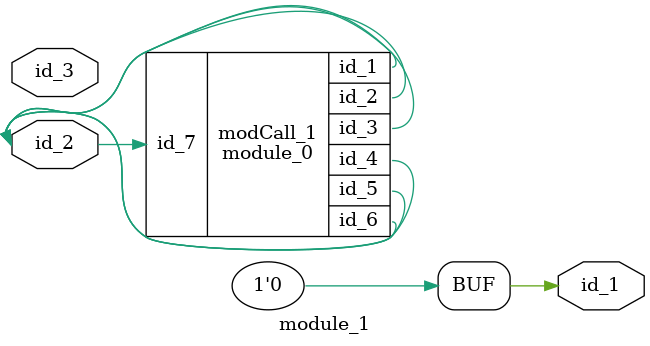
<source format=v>
module module_0 (
    id_1,
    id_2,
    id_3,
    id_4,
    id_5,
    id_6,
    id_7
);
  input wire id_7;
  inout wire id_6;
  inout wire id_5;
  output wire id_4;
  output wire id_3;
  output wire id_2;
  inout wire id_1;
  assign module_1.id_1 = "";
  wire id_8;
  wire id_9, id_10;
  wire id_11, id_12, id_13, id_14, id_15, id_16, id_17, id_18;
endmodule
module module_1 (
    id_1,
    id_2,
    id_3
);
  inout wire id_3;
  inout wire id_2;
  output wire id_1;
  assign id_2 = id_2;
  assign id_3[1] = 1;
  generate
    assign id_1 = "";
  endgenerate
  module_0 modCall_1 (
      id_2,
      id_2,
      id_2,
      id_2,
      id_2,
      id_2,
      id_2
  );
endmodule

</source>
